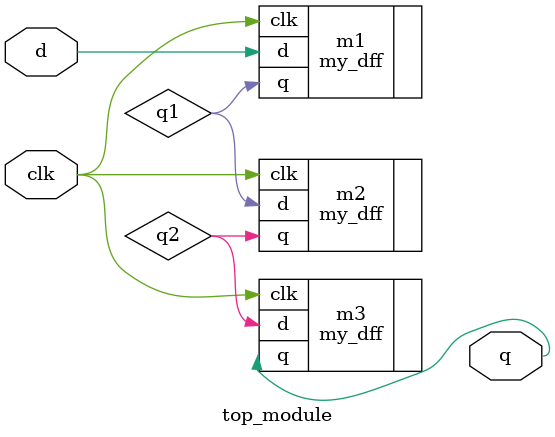
<source format=v>
module top_module ( input clk, input d, output q );
	wire q1, q2;
    my_dff m1(.clk(clk),.d(d),.q(q1));
    my_dff m2(.clk(clk),.d(q1),.q(q2));
    my_dff m3(.clk(clk),.d(q2),.q(q));
endmodule

</source>
